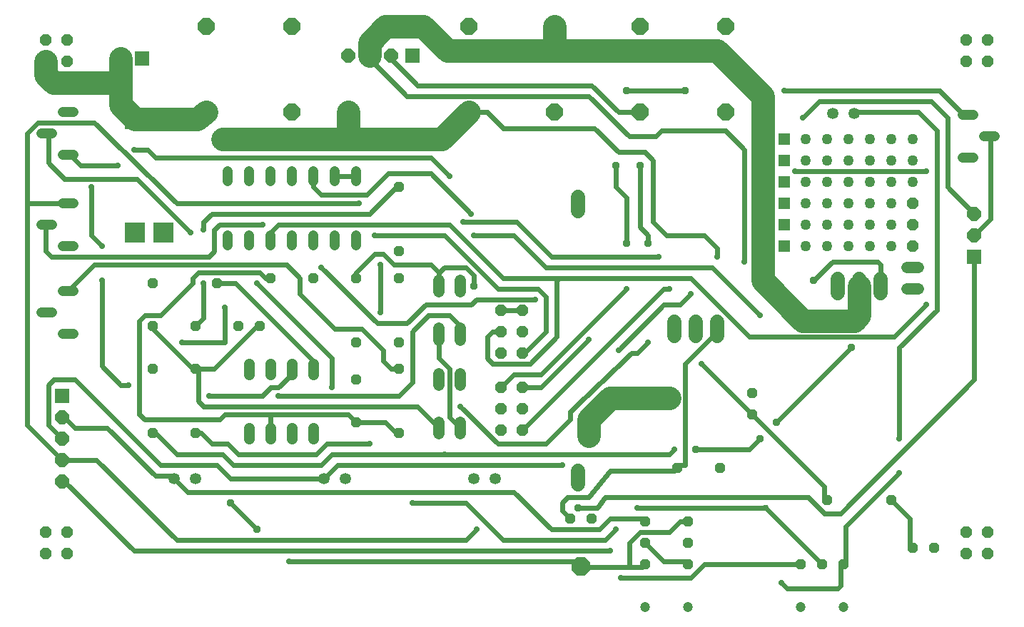
<source format=gbl>
G75*
G70*
%OFA0B0*%
%FSLAX24Y24*%
%IPPOS*%
%LPD*%
%AMOC8*
5,1,8,0,0,1.08239X$1,22.5*
%
%ADD10C,0.0650*%
%ADD11OC8,0.0480*%
%ADD12C,0.0531*%
%ADD13C,0.0480*%
%ADD14C,0.0500*%
%ADD15C,0.0540*%
%ADD16OC8,0.0540*%
%ADD17OC8,0.0472*%
%ADD18C,0.0472*%
%ADD19OC8,0.0780*%
%ADD20OC8,0.0650*%
%ADD21R,0.0650X0.0650*%
%ADD22C,0.0660*%
%ADD23OC8,0.0850*%
%ADD24R,0.0945X0.0945*%
%ADD25C,0.0290*%
%ADD26C,0.0240*%
%ADD27OC8,0.0945*%
%ADD28C,0.1090*%
%ADD29C,0.0300*%
%ADD30C,0.0376*%
%ADD31C,0.0500*%
%ADD32R,0.0531X0.0531*%
%ADD33OC8,0.0531*%
D10*
X029073Y013080D02*
X029073Y013730D01*
X029073Y025860D02*
X029073Y026510D01*
D11*
X020698Y026976D03*
X020698Y023976D03*
X020698Y022726D03*
X018698Y022726D03*
X016698Y022726D03*
X014698Y022726D03*
X014198Y020476D03*
X013198Y020476D03*
X011198Y020476D03*
X009198Y020476D03*
X009198Y018476D03*
X011198Y018476D03*
X011198Y015476D03*
X009198Y015476D03*
X009198Y022476D03*
X012198Y022476D03*
X018698Y019726D03*
X018698Y017976D03*
X020698Y018476D03*
X020698Y019726D03*
X018698Y015976D03*
X020698Y015476D03*
X028698Y011476D03*
X029698Y011476D03*
X033698Y013851D03*
X035698Y013851D03*
X037198Y016351D03*
X037198Y017351D03*
X040698Y012351D03*
X043698Y012351D03*
X044698Y010101D03*
X045698Y010101D03*
D12*
X025198Y013351D03*
X024198Y013351D03*
X018198Y013351D03*
X017198Y013351D03*
X011198Y013351D03*
X010198Y013351D03*
X040948Y030426D03*
X041948Y030426D03*
D13*
X047037Y030351D02*
X047517Y030351D01*
X048037Y029351D02*
X048517Y029351D01*
X047517Y028351D02*
X047037Y028351D01*
X018698Y027716D02*
X018698Y027236D01*
X017698Y027236D02*
X017698Y027716D01*
X016698Y027716D02*
X016698Y027236D01*
X015698Y027236D02*
X015698Y027716D01*
X014698Y027716D02*
X014698Y027236D01*
X013698Y027236D02*
X013698Y027716D01*
X012698Y027716D02*
X012698Y027236D01*
X012698Y024716D02*
X012698Y024236D01*
X013698Y024236D02*
X013698Y024716D01*
X014698Y024716D02*
X014698Y024236D01*
X015698Y024236D02*
X015698Y024716D01*
X016698Y024716D02*
X016698Y024236D01*
X017698Y024236D02*
X017698Y024716D01*
X018698Y024716D02*
X018698Y024236D01*
X005485Y024226D02*
X005005Y024226D01*
X004485Y025226D02*
X004005Y025226D01*
X005005Y026226D02*
X005485Y026226D01*
X005485Y028476D02*
X005005Y028476D01*
X004485Y029476D02*
X004005Y029476D01*
X005005Y030476D02*
X005485Y030476D01*
X005485Y022101D02*
X005005Y022101D01*
X004485Y021101D02*
X004005Y021101D01*
X005005Y020101D02*
X005485Y020101D01*
D14*
X013698Y018726D02*
X013698Y018226D01*
X014698Y018226D02*
X014698Y018726D01*
X015698Y018726D02*
X015698Y018226D01*
X016698Y018226D02*
X016698Y018726D01*
X016698Y015726D02*
X016698Y015226D01*
X015698Y015226D02*
X015698Y015726D01*
X014698Y015726D02*
X014698Y015226D01*
X013698Y015226D02*
X013698Y015726D01*
D15*
X022573Y015456D02*
X022573Y015996D01*
X023573Y015996D02*
X023573Y015456D01*
X023573Y017706D02*
X023573Y018246D01*
X022573Y018246D02*
X022573Y017706D01*
X022573Y019831D02*
X022573Y020371D01*
X023573Y020371D02*
X023573Y019831D01*
X023573Y022081D02*
X023573Y022621D01*
X022573Y022621D02*
X022573Y022081D01*
X044428Y022226D02*
X044968Y022226D01*
X044968Y023226D02*
X044428Y023226D01*
D16*
X004198Y009851D03*
X005198Y009851D03*
X005198Y010851D03*
X004198Y010851D03*
X025448Y015601D03*
X025448Y016601D03*
X026448Y016601D03*
X026448Y015601D03*
X026448Y017601D03*
X025448Y017601D03*
X025448Y019226D03*
X026448Y019226D03*
X026448Y020226D03*
X025448Y020226D03*
X025448Y021226D03*
X026448Y021226D03*
X047198Y010851D03*
X048198Y010851D03*
X048198Y009851D03*
X047198Y009851D03*
X047198Y032851D03*
X048198Y032851D03*
X048198Y033851D03*
X047198Y033851D03*
X005198Y033851D03*
X004198Y033851D03*
X004198Y032851D03*
X005198Y032851D03*
D17*
X032198Y011351D03*
X032198Y010351D03*
X032198Y009351D03*
X034198Y009351D03*
X034198Y010351D03*
X034198Y011351D03*
X039448Y009351D03*
X040448Y009351D03*
X041448Y009351D03*
D18*
X041448Y007351D03*
X039448Y007351D03*
X034198Y007351D03*
X032198Y007351D03*
D19*
X031948Y030476D03*
X027948Y030476D03*
X023948Y030476D03*
X023948Y034476D03*
X027948Y034476D03*
X031948Y034476D03*
X035948Y034476D03*
X035948Y030476D03*
X015698Y030476D03*
X011698Y030476D03*
X011698Y034476D03*
X015698Y034476D03*
D20*
X018323Y033101D03*
X019323Y033101D03*
X020323Y033101D03*
X007698Y032976D03*
X004948Y016226D03*
X004948Y015226D03*
X004948Y014226D03*
X004948Y013226D03*
X047573Y024726D03*
X047573Y025726D03*
D21*
X047573Y023726D03*
X021323Y033101D03*
X008698Y032976D03*
X004948Y017226D03*
D22*
X033573Y020021D02*
X033573Y020681D01*
X034573Y020681D02*
X034573Y020021D01*
X035573Y020021D02*
X035573Y020681D01*
X041198Y022021D02*
X041198Y022681D01*
X042198Y022681D02*
X042198Y022021D01*
X043198Y022021D02*
X043198Y022681D01*
D23*
X029198Y009251D03*
D24*
X009688Y024851D03*
X008348Y024851D03*
X008348Y030151D03*
X009688Y030151D03*
D25*
X008323Y028726D03*
X007573Y027976D03*
X006323Y026976D03*
X006823Y024226D03*
X006823Y022601D03*
X010948Y024851D03*
X011573Y024976D03*
X014323Y025226D03*
X017073Y023226D03*
X019823Y023351D03*
X019573Y024726D03*
X018823Y026226D03*
X023073Y027476D03*
X024073Y025726D03*
X023698Y025351D03*
X024198Y024726D03*
X027073Y021726D03*
X029573Y019851D03*
X030948Y019351D03*
X032323Y019726D03*
X031323Y022226D03*
X033323Y022226D03*
X034323Y021976D03*
X035573Y023726D03*
X036823Y023476D03*
X037573Y020976D03*
X034823Y018726D03*
X030573Y017101D03*
X033573Y014726D03*
X031823Y011976D03*
X030823Y010976D03*
X030573Y009976D03*
X031073Y008726D03*
X028323Y013976D03*
X024323Y010976D03*
X021323Y012226D03*
X022823Y014476D03*
X023573Y016726D03*
X019323Y014976D03*
X017573Y017601D03*
X015073Y017226D03*
X011823Y017226D03*
X012573Y019726D03*
X012573Y021351D03*
X011573Y022476D03*
X014073Y022476D03*
X010573Y019726D03*
X008073Y017726D03*
X015573Y009476D03*
X019823Y021101D03*
X032823Y023726D03*
X039198Y027726D03*
X039573Y030226D03*
X038698Y031476D03*
X045323Y027726D03*
X045323Y021476D03*
X044073Y015226D03*
X044073Y013601D03*
X038573Y008476D03*
D26*
X038823Y008226D01*
X041198Y008226D01*
X041323Y008351D01*
X041323Y009226D01*
X041448Y009351D01*
X041573Y009476D01*
X041573Y011101D01*
X044073Y013601D01*
X043698Y012351D02*
X044573Y011476D01*
X044573Y010226D01*
X044698Y010101D01*
X043823Y012226D02*
X043698Y012351D01*
X041323Y011726D02*
X047573Y017976D01*
X047573Y023726D01*
X047573Y024726D02*
X048323Y025476D01*
X048323Y029226D01*
X048277Y029351D01*
X047277Y030351D02*
X047073Y030351D01*
X045948Y031476D01*
X038698Y031476D01*
X039573Y030226D02*
X040323Y030976D01*
X045573Y030976D01*
X046323Y030226D01*
X046323Y026976D01*
X047573Y025726D01*
X045323Y027726D02*
X039198Y027726D01*
X036823Y028726D02*
X036823Y023476D01*
X035573Y023726D02*
X035573Y024101D01*
X034948Y024726D01*
X033198Y024726D01*
X032573Y025351D01*
X032573Y028226D01*
X032198Y028601D01*
X030948Y028601D01*
X029823Y029726D01*
X025573Y029726D01*
X024823Y030476D01*
X023948Y030476D01*
X021573Y031726D02*
X029698Y031726D01*
X030948Y030476D01*
X031948Y030476D01*
X031823Y030476D01*
X031323Y031476D02*
X034073Y031476D01*
X032948Y029601D02*
X035948Y029601D01*
X036823Y028726D01*
X032948Y029601D02*
X032698Y029351D01*
X031448Y029351D01*
X029573Y031226D01*
X021073Y031226D01*
X019323Y032976D01*
X020323Y032976D02*
X020323Y033101D01*
X020323Y032976D02*
X021573Y031726D01*
X022198Y028351D02*
X023073Y027476D01*
X022198Y027601D02*
X020198Y027601D01*
X019198Y026601D01*
X017073Y026601D01*
X016698Y026976D01*
X016698Y027476D01*
X017698Y027476D02*
X018698Y027476D01*
X018823Y026226D02*
X010323Y026226D01*
X006448Y029976D01*
X003823Y029976D01*
X003323Y029476D01*
X003323Y026226D01*
X003323Y015851D01*
X004948Y014226D01*
X006573Y014226D01*
X010323Y010476D01*
X023823Y010476D01*
X024323Y010976D01*
X023823Y012226D02*
X021323Y012226D01*
X023823Y012226D02*
X025573Y010476D01*
X030323Y010476D01*
X030823Y010976D01*
X030573Y011476D02*
X030073Y010976D01*
X027823Y010976D01*
X026073Y012726D01*
X010823Y012726D01*
X010198Y013351D01*
X010073Y013476D01*
X009323Y013476D01*
X007073Y015726D01*
X005573Y015726D01*
X005073Y016226D01*
X004948Y016226D01*
X004323Y015851D02*
X004948Y015226D01*
X004323Y015851D02*
X004323Y017726D01*
X004573Y017976D01*
X005573Y017976D01*
X009573Y013976D01*
X012198Y013976D01*
X012823Y013351D01*
X017198Y013351D01*
X017823Y013976D01*
X028323Y013976D01*
X027573Y014976D02*
X028698Y016101D01*
X028698Y016476D01*
X031573Y019226D01*
X031823Y019226D01*
X032323Y019726D01*
X030948Y019351D02*
X033073Y021476D01*
X033823Y021476D01*
X034323Y021976D01*
X034323Y022726D02*
X028198Y022726D01*
X028073Y022601D01*
X028073Y019976D01*
X026823Y018726D01*
X025073Y018726D01*
X024823Y018976D01*
X024823Y019976D01*
X025073Y020226D01*
X025448Y020226D01*
X025448Y021226D02*
X026448Y021226D01*
X027073Y021726D02*
X024323Y021726D01*
X024073Y021476D01*
X021948Y021476D01*
X021073Y020601D01*
X019698Y020601D01*
X017073Y023226D01*
X016073Y022726D02*
X016073Y021976D01*
X017698Y020351D01*
X018948Y020351D01*
X019948Y019351D01*
X019948Y018851D01*
X020323Y018476D01*
X020698Y018476D01*
X021323Y017851D02*
X020698Y017226D01*
X015073Y017226D01*
X015073Y017601D02*
X015698Y018226D01*
X015698Y018476D01*
X016573Y018476D02*
X016698Y018476D01*
X016698Y018851D01*
X013073Y022476D01*
X012198Y022476D01*
X011573Y022476D02*
X011573Y020851D01*
X011198Y020476D01*
X010573Y019726D02*
X012573Y019726D01*
X012573Y021351D01*
X014073Y020476D02*
X014198Y020476D01*
X014073Y020476D02*
X012073Y018476D01*
X011323Y018476D01*
X011198Y018476D01*
X011073Y018476D01*
X009073Y020476D01*
X009198Y020476D01*
X008823Y020976D02*
X008573Y020726D01*
X008573Y016351D01*
X008823Y016101D01*
X012323Y016101D01*
X012573Y016351D01*
X014698Y016351D01*
X014698Y015476D01*
X014698Y016351D02*
X018323Y016351D01*
X018698Y015976D01*
X020073Y015976D01*
X020573Y015476D01*
X020698Y015476D01*
X019323Y014976D02*
X017323Y014976D01*
X016823Y014476D01*
X013198Y014476D01*
X012698Y014976D01*
X011948Y014976D01*
X011448Y015476D01*
X011198Y015476D01*
X010323Y014476D02*
X012448Y014476D01*
X012948Y013976D01*
X017073Y013976D01*
X017573Y014476D01*
X022823Y014476D01*
X033323Y014476D01*
X033573Y014726D01*
X034573Y014726D02*
X037073Y014726D01*
X037573Y015226D01*
X038323Y015976D02*
X041823Y019476D01*
X043823Y019976D02*
X037073Y019976D01*
X034323Y022726D01*
X033323Y022226D02*
X033073Y022226D01*
X026448Y015601D01*
X025323Y014976D02*
X027573Y014976D01*
X025323Y014976D02*
X023573Y016726D01*
X023073Y016226D02*
X023573Y015726D01*
X022573Y015726D02*
X021573Y016726D01*
X011573Y016726D01*
X011323Y016976D01*
X011323Y018476D01*
X011823Y017226D02*
X014323Y017226D01*
X014698Y017601D01*
X015073Y017601D01*
X017573Y017601D02*
X017573Y018976D01*
X014073Y022476D01*
X014448Y022726D02*
X014198Y022976D01*
X011323Y022976D01*
X011073Y022726D01*
X011073Y022476D01*
X009573Y020976D01*
X008823Y020976D01*
X006823Y022601D02*
X006823Y018601D01*
X007698Y017726D01*
X008073Y017726D01*
X009198Y015476D02*
X009323Y015476D01*
X010323Y014476D01*
X012823Y012226D02*
X014073Y010976D01*
X015573Y009476D02*
X029073Y009476D01*
X029198Y009251D01*
X029323Y009226D01*
X031448Y009226D01*
X031448Y010351D01*
X031948Y010851D01*
X033323Y010851D01*
X033823Y011351D01*
X034198Y011351D01*
X034073Y009476D02*
X033073Y009476D01*
X032198Y010351D01*
X032198Y011351D02*
X032073Y011476D01*
X030573Y011476D01*
X029948Y011976D02*
X029073Y011976D01*
X028698Y011476D02*
X028323Y011851D01*
X028323Y012226D01*
X028573Y012476D01*
X029573Y012476D01*
X030573Y013726D01*
X033573Y013726D01*
X033698Y013851D01*
X033823Y013976D01*
X034073Y013976D01*
X034073Y018726D01*
X035573Y020226D01*
X035573Y020351D01*
X034573Y020351D02*
X034573Y020226D01*
X034823Y018726D02*
X037198Y016351D01*
X040573Y012976D01*
X040573Y012476D01*
X040698Y012351D01*
X040573Y011726D02*
X039823Y012476D01*
X030323Y012476D01*
X029948Y011976D01*
X031823Y011976D02*
X037823Y011976D01*
X040448Y009351D01*
X039448Y009351D02*
X034948Y009351D01*
X034323Y008726D01*
X031073Y008726D01*
X031448Y009226D02*
X032073Y009226D01*
X032198Y009351D01*
X030573Y009976D02*
X008323Y009976D01*
X005073Y013226D01*
X004948Y013226D01*
X005245Y022101D02*
X005323Y022226D01*
X006448Y023351D01*
X015448Y023351D01*
X016073Y022726D01*
X014698Y022726D02*
X014448Y022726D01*
X014698Y024476D02*
X014698Y024851D01*
X015073Y025226D01*
X023073Y025226D01*
X025573Y022726D01*
X028198Y022726D01*
X027573Y023226D02*
X026073Y024726D01*
X024198Y024726D01*
X023698Y025351D02*
X026198Y025351D01*
X027823Y023726D01*
X032823Y023726D01*
X032323Y024351D02*
X032323Y024726D01*
X031948Y025101D01*
X031948Y027976D01*
X030823Y027976D02*
X030823Y026976D01*
X031323Y026476D01*
X031323Y024351D01*
X031323Y022226D02*
X027323Y018226D01*
X026073Y018226D01*
X025448Y017601D01*
X026448Y017601D02*
X027323Y017601D01*
X029573Y019851D01*
X027573Y020226D02*
X027573Y021851D01*
X027198Y022226D01*
X025323Y022226D01*
X022823Y024726D01*
X019573Y024726D01*
X019573Y023851D02*
X018698Y022976D01*
X018698Y022726D01*
X018698Y022851D01*
X019823Y023351D02*
X019823Y021101D01*
X021323Y020226D02*
X021323Y017851D01*
X022573Y018976D02*
X022573Y020101D01*
X023573Y020101D02*
X023573Y020476D01*
X023073Y020976D01*
X022073Y020976D01*
X021323Y020226D01*
X022573Y018976D02*
X023073Y018476D01*
X023073Y016226D01*
X026448Y019226D02*
X026573Y019226D01*
X027573Y020226D01*
X024198Y022351D02*
X024198Y022851D01*
X023823Y023226D01*
X022823Y023226D01*
X022573Y022976D01*
X022573Y022351D01*
X022573Y022976D02*
X022198Y023351D01*
X020448Y023351D01*
X019948Y023851D01*
X019573Y023851D01*
X019323Y025726D02*
X011948Y025726D01*
X011573Y025351D01*
X011573Y024976D01*
X012073Y024976D02*
X012073Y023976D01*
X011823Y023726D01*
X004448Y023726D01*
X004198Y023976D01*
X004198Y025179D01*
X004245Y025226D01*
X004323Y025226D01*
X005245Y026226D02*
X003323Y026226D01*
X005073Y027351D02*
X004323Y028101D01*
X004323Y029397D01*
X004245Y029476D01*
X004323Y029476D01*
X005245Y028476D02*
X005323Y028476D01*
X005823Y027976D01*
X007573Y027976D01*
X008323Y028726D02*
X008948Y028726D01*
X009323Y028351D01*
X022198Y028351D01*
X022198Y027601D02*
X024073Y025726D01*
X020698Y026976D02*
X020573Y026976D01*
X019323Y025726D01*
X014323Y025226D02*
X012323Y025226D01*
X012073Y024976D01*
X010948Y024851D02*
X008448Y027351D01*
X005073Y027351D01*
X006323Y026976D02*
X006323Y024726D01*
X006823Y024226D01*
X027573Y023226D02*
X035323Y023226D01*
X037573Y020976D01*
X040073Y022601D02*
X040948Y023476D01*
X043073Y023476D01*
X043198Y023351D01*
X043198Y022351D01*
X045323Y021476D02*
X043823Y019976D01*
X044073Y019476D02*
X044073Y015226D01*
X041323Y011726D02*
X040573Y011726D01*
X034198Y009351D02*
X034073Y009476D01*
X044073Y019476D02*
X045823Y021226D01*
X045823Y029601D01*
X044948Y030476D01*
X041998Y030476D01*
X041948Y030426D01*
D27*
X033323Y017101D03*
X029573Y015351D03*
X012448Y029226D03*
X018323Y030476D03*
D28*
X018323Y029226D01*
X022698Y029226D01*
X023948Y030476D01*
X022948Y033351D02*
X027948Y033351D01*
X027948Y034476D01*
X027948Y033351D02*
X035573Y033351D01*
X037698Y031226D01*
X037698Y022601D01*
X039573Y020726D01*
X041948Y020726D01*
X042198Y020976D01*
X042198Y022351D01*
X033323Y017101D02*
X030573Y017101D01*
X029573Y016101D01*
X029573Y015351D01*
X018323Y029226D02*
X012448Y029226D01*
X011698Y030476D02*
X011248Y030151D01*
X009688Y030151D01*
X008348Y030151D01*
X007698Y030801D01*
X007698Y031851D01*
X007698Y032976D01*
X007698Y031851D02*
X004573Y031851D01*
X004198Y032226D01*
X004198Y032851D01*
X019323Y033101D02*
X019323Y033726D01*
X020073Y034476D01*
X021823Y034476D01*
X022948Y033351D01*
D29*
X037823Y011976D03*
D30*
X037573Y015226D03*
X038323Y015976D03*
X034573Y014726D03*
X029073Y011976D03*
X024198Y022351D03*
X030823Y027976D03*
X031948Y027976D03*
X031323Y031476D03*
X034073Y031476D03*
X032323Y024351D03*
X031323Y024351D03*
X040073Y022601D03*
X041823Y019476D03*
X014073Y010976D03*
X012823Y012226D03*
D31*
X039698Y024226D03*
X039698Y025226D03*
X039698Y026226D03*
X040698Y026226D03*
X040698Y025226D03*
X040698Y024226D03*
X041698Y024226D03*
X041698Y025226D03*
X041698Y026226D03*
X042698Y026226D03*
X042698Y025226D03*
X042698Y024226D03*
X043698Y024226D03*
X043698Y025226D03*
X043698Y026226D03*
X043698Y027226D03*
X042698Y027226D03*
X041698Y027226D03*
X040698Y027226D03*
X039698Y027226D03*
X039698Y028226D03*
X039698Y029226D03*
X040698Y029226D03*
X040698Y028226D03*
X041698Y028226D03*
X041698Y029226D03*
X042698Y029226D03*
X042698Y028226D03*
X043698Y028226D03*
X043698Y029226D03*
X044698Y029226D03*
X044698Y028226D03*
X044698Y027226D03*
D32*
X038698Y027226D03*
X038698Y028226D03*
X038698Y029226D03*
X038698Y026226D03*
X038698Y025226D03*
X038698Y024226D03*
D33*
X044698Y024226D03*
X044698Y025226D03*
X044698Y026226D03*
M02*

</source>
